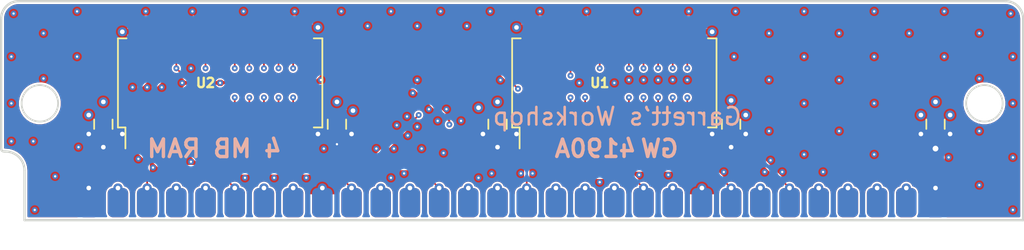
<source format=kicad_pcb>
(kicad_pcb (version 20171130) (host pcbnew "(5.1.5-0-10_14)")
  (layers (0 F.Cu signal) (1 In1.Cu power) (2 In2.Cu signal) (31 B.Cu power) (34 B.Paste user) (35 F.Paste user) (36 B.SilkS user) (37 F.SilkS user) (38 B.Mask user) (39 F.Mask user) (44 Edge.Cuts user))
  (net 0 "")
  (net 1 +5V)
  (net 2 /D0)
  (net 3 /D1)
  (net 4 /~WE~)
  (net 5 /~RAS~)
  (net 6 /~CAS~)
  (net 7 /D2)
  (net 8 /D3)
  (net 9 GND)
  (net 10 /D4)
  (net 11 /D5)
  (net 12 /D6)
  (net 13 /A11)
  (net 14 /D7)
  (net 15 /QP)
  (net 16 /~CASP~)
  (net 17 /DP)
  (net 18 /1A0)
  (net 19 /1A1)
  (net 20 /1A2)
  (net 21 /1A3)
  (net 22 /1A4)
  (net 23 /1A5)
  (net 24 /1A6)
  (net 25 /1A7)
  (net 26 /1A8)
  (net 27 /1A10)
  (net 28 /1A9)
  (module stdpads:SOP-24-26-300mil (layer F.Cu) (at 129.54 89.662 90)
    (fp_text reference U1)
    (fp_text value AS4C4M4)
    (fp_text user %R (at 0 -1.27) (layer F.SilkS) (effects (font (size 0.8128 0.8128) (thickness 0.2032))))
    (fp_line (start -3.875 -8.89) (end -3.875 -8.24) (layer F.SilkS) (width 0.1524))
    (fp_line (start 3.875 -8.89) (end 3.875 -8.145) (layer F.SilkS) (width 0.1524))
    (fp_line (start 3.875 8.89) (end 3.875 8.145) (layer F.SilkS) (width 0.1524))
    (fp_line (start -3.875 8.89) (end -3.875 8.145) (layer F.SilkS) (width 0.1524))
    (fp_line (start -3.875 -8.89) (end 3.875 -8.89) (layer F.SilkS) (width 0.1524))
    (fp_line (start -3.875 8.89) (end 3.875 8.89) (layer F.SilkS) (width 0.1524))
    (fp_line (start -3.875 -8.24) (end -5.7 -8.24) (layer F.SilkS) (width 0.1524))
    (pad 1 smd roundrect (at -4.45 -7.62 90) (size 2.5 0.6) (layers F.Cu F.Paste F.Mask) (net 1 +5V))
    (pad 2 smd roundrect (at -4.45 -6.35 90) (size 2.5 0.6) (layers F.Cu F.Paste F.Mask) (net 11 /D5))
    (pad 3 smd roundrect (at -4.45 -5.08 90) (size 2.5 0.6) (layers F.Cu F.Paste F.Mask) (net 14 /D7))
    (pad 4 smd roundrect (at -4.45 -3.81 90) (size 2.5 0.6) (layers F.Cu F.Paste F.Mask) (net 4 /~WE~))
    (pad 5 smd roundrect (at -4.45 -2.54 90) (size 2.5 0.6) (layers F.Cu F.Paste F.Mask) (net 5 /~RAS~))
    (pad 6 smd roundrect (at -4.45 -1.27 90) (size 2.5 0.6) (layers F.Cu F.Paste F.Mask))
    (pad 8 smd roundrect (at -4.45 1.27 90) (size 2.5 0.6) (layers F.Cu F.Paste F.Mask) (net 27 /1A10))
    (pad 9 smd roundrect (at -4.45 2.54 90) (size 2.5 0.6) (layers F.Cu F.Paste F.Mask) (net 18 /1A0))
    (pad 10 smd roundrect (at -4.45 3.81 90) (size 2.5 0.6) (layers F.Cu F.Paste F.Mask) (net 19 /1A1))
    (pad 11 smd roundrect (at -4.45 5.08 90) (size 2.5 0.6) (layers F.Cu F.Paste F.Mask) (net 20 /1A2))
    (pad 12 smd roundrect (at -4.45 6.35 90) (size 2.5 0.6) (layers F.Cu F.Paste F.Mask) (net 21 /1A3))
    (pad 13 smd roundrect (at -4.45 7.62 90) (size 2.5 0.6) (layers F.Cu F.Paste F.Mask) (net 1 +5V))
    (pad 14 smd roundrect (at 4.45 7.62 90) (size 2.5 0.6) (layers F.Cu F.Paste F.Mask) (net 9 GND))
    (pad 15 smd roundrect (at 4.45 6.35 90) (size 2.5 0.6) (layers F.Cu F.Paste F.Mask) (net 22 /1A4))
    (pad 16 smd roundrect (at 4.45 5.08 90) (size 2.5 0.6) (layers F.Cu F.Paste F.Mask) (net 23 /1A5))
    (pad 17 smd roundrect (at 4.45 3.81 90) (size 2.5 0.6) (layers F.Cu F.Paste F.Mask) (net 24 /1A6))
    (pad 18 smd roundrect (at 4.45 2.54 90) (size 2.5 0.6) (layers F.Cu F.Paste F.Mask) (net 25 /1A7))
    (pad 19 smd roundrect (at 4.45 1.27 90) (size 2.5 0.6) (layers F.Cu F.Paste F.Mask) (net 26 /1A8))
    (pad 21 smd roundrect (at 4.45 -1.27 90) (size 2.5 0.6) (layers F.Cu F.Paste F.Mask) (net 28 /1A9))
    (pad 22 smd roundrect (at 4.45 -2.54 90) (size 2.5 0.6) (layers F.Cu F.Paste F.Mask) (net 9 GND))
    (pad 23 smd roundrect (at 4.45 -3.81 90) (size 2.5 0.6) (layers F.Cu F.Paste F.Mask) (net 6 /~CAS~))
    (pad 24 smd roundrect (at 4.45 -5.08 90) (size 2.5 0.6) (layers F.Cu F.Paste F.Mask) (net 12 /D6))
    (pad 25 smd roundrect (at 4.45 -6.35 90) (size 2.5 0.6) (layers F.Cu F.Paste F.Mask) (net 10 /D4))
    (pad 26 smd roundrect (at 4.45 -7.62 90) (size 2.5 0.6) (layers F.Cu F.Paste F.Mask) (net 9 GND))
  )
  (module stdpads:SOP-24-26-300mil (layer F.Cu) (at 95.25 89.662 90)
    (fp_text reference U2)
    (fp_text value AS4C4M4)
    (fp_text user %R (at 0 -1.27) (layer F.SilkS) (effects (font (size 0.8128 0.8128) (thickness 0.2032))))
    (fp_line (start -3.875 -8.89) (end -3.875 -8.24) (layer F.SilkS) (width 0.1524))
    (fp_line (start 3.875 -8.89) (end 3.875 -8.145) (layer F.SilkS) (width 0.1524))
    (fp_line (start 3.875 8.89) (end 3.875 8.145) (layer F.SilkS) (width 0.1524))
    (fp_line (start -3.875 8.89) (end -3.875 8.145) (layer F.SilkS) (width 0.1524))
    (fp_line (start -3.875 -8.89) (end 3.875 -8.89) (layer F.SilkS) (width 0.1524))
    (fp_line (start -3.875 8.89) (end 3.875 8.89) (layer F.SilkS) (width 0.1524))
    (fp_line (start -3.875 -8.24) (end -5.7 -8.24) (layer F.SilkS) (width 0.1524))
    (pad 1 smd roundrect (at -4.45 -7.62 90) (size 2.5 0.6) (layers F.Cu F.Paste F.Mask) (net 1 +5V))
    (pad 2 smd roundrect (at -4.45 -6.35 90) (size 2.5 0.6) (layers F.Cu F.Paste F.Mask) (net 3 /D1))
    (pad 3 smd roundrect (at -4.45 -5.08 90) (size 2.5 0.6) (layers F.Cu F.Paste F.Mask) (net 8 /D3))
    (pad 4 smd roundrect (at -4.45 -3.81 90) (size 2.5 0.6) (layers F.Cu F.Paste F.Mask) (net 4 /~WE~))
    (pad 5 smd roundrect (at -4.45 -2.54 90) (size 2.5 0.6) (layers F.Cu F.Paste F.Mask) (net 5 /~RAS~))
    (pad 6 smd roundrect (at -4.45 -1.27 90) (size 2.5 0.6) (layers F.Cu F.Paste F.Mask))
    (pad 8 smd roundrect (at -4.45 1.27 90) (size 2.5 0.6) (layers F.Cu F.Paste F.Mask) (net 21 /1A3))
    (pad 9 smd roundrect (at -4.45 2.54 90) (size 2.5 0.6) (layers F.Cu F.Paste F.Mask) (net 20 /1A2))
    (pad 10 smd roundrect (at -4.45 3.81 90) (size 2.5 0.6) (layers F.Cu F.Paste F.Mask) (net 19 /1A1))
    (pad 11 smd roundrect (at -4.45 5.08 90) (size 2.5 0.6) (layers F.Cu F.Paste F.Mask) (net 18 /1A0))
    (pad 12 smd roundrect (at -4.45 6.35 90) (size 2.5 0.6) (layers F.Cu F.Paste F.Mask) (net 27 /1A10))
    (pad 13 smd roundrect (at -4.45 7.62 90) (size 2.5 0.6) (layers F.Cu F.Paste F.Mask) (net 1 +5V))
    (pad 14 smd roundrect (at 4.45 7.62 90) (size 2.5 0.6) (layers F.Cu F.Paste F.Mask) (net 9 GND))
    (pad 15 smd roundrect (at 4.45 6.35 90) (size 2.5 0.6) (layers F.Cu F.Paste F.Mask) (net 28 /1A9))
    (pad 16 smd roundrect (at 4.45 5.08 90) (size 2.5 0.6) (layers F.Cu F.Paste F.Mask) (net 26 /1A8))
    (pad 17 smd roundrect (at 4.45 3.81 90) (size 2.5 0.6) (layers F.Cu F.Paste F.Mask) (net 25 /1A7))
    (pad 18 smd roundrect (at 4.45 2.54 90) (size 2.5 0.6) (layers F.Cu F.Paste F.Mask) (net 24 /1A6))
    (pad 19 smd roundrect (at 4.45 1.27 90) (size 2.5 0.6) (layers F.Cu F.Paste F.Mask) (net 23 /1A5))
    (pad 21 smd roundrect (at 4.45 -1.27 90) (size 2.5 0.6) (layers F.Cu F.Paste F.Mask) (net 22 /1A4))
    (pad 22 smd roundrect (at 4.45 -2.54 90) (size 2.5 0.6) (layers F.Cu F.Paste F.Mask) (net 9 GND))
    (pad 23 smd roundrect (at 4.45 -3.81 90) (size 2.5 0.6) (layers F.Cu F.Paste F.Mask) (net 6 /~CAS~))
    (pad 24 smd roundrect (at 4.45 -5.08 90) (size 2.5 0.6) (layers F.Cu F.Paste F.Mask) (net 7 /D2))
    (pad 25 smd roundrect (at 4.45 -6.35 90) (size 2.5 0.6) (layers F.Cu F.Paste F.Mask) (net 2 /D0))
    (pad 26 smd roundrect (at 4.45 -7.62 90) (size 2.5 0.6) (layers F.Cu F.Paste F.Mask) (net 9 GND))
  )
  (module stdpads:SIMM-30_Edge (layer F.Cu) (at 120.65 99.822)
    (fp_text reference J1)
    (fp_text value DRAM-SIMM-30)
    (pad 1 smd roundrect (at -36.83 0.254) (size 1.778 2.54) (layers B.Cu B.Mask) (net 1 +5V))
    (pad 1 smd roundrect (at -36.83 0.254) (size 1.778 2.54) (layers F.Cu F.Mask) (net 1 +5V))
    (pad 2 smd roundrect (at -34.29 0.254) (size 1.778 2.54) (layers B.Cu B.Mask) (net 6 /~CAS~))
    (pad 3 smd roundrect (at -31.75 0.254) (size 1.778 2.54) (layers B.Cu B.Mask) (net 2 /D0))
    (pad 4 smd roundrect (at -29.21 0.254) (size 1.778 2.54) (layers B.Cu B.Mask) (net 22 /1A4))
    (pad 5 smd roundrect (at -26.67 0.254) (size 1.778 2.54) (layers B.Cu B.Mask) (net 21 /1A3))
    (pad 6 smd roundrect (at -24.13 0.254) (size 1.778 2.54) (layers B.Cu B.Mask) (net 3 /D1))
    (pad 7 smd roundrect (at -21.59 0.254) (size 1.778 2.54) (layers B.Cu B.Mask) (net 23 /1A5))
    (pad 8 smd roundrect (at -19.05 0.254) (size 1.778 2.54) (layers B.Cu B.Mask) (net 20 /1A2))
    (pad 9 smd roundrect (at -16.51 0.254) (size 1.778 2.54) (layers B.Cu B.Mask) (net 9 GND))
    (pad 10 smd roundrect (at -13.97 0.254) (size 1.778 2.54) (layers B.Cu B.Mask) (net 7 /D2))
    (pad 11 smd roundrect (at -11.43 0.254) (size 1.778 2.54) (layers B.Cu B.Mask) (net 24 /1A6))
    (pad 12 smd roundrect (at -8.89 0.254) (size 1.778 2.54) (layers B.Cu B.Mask) (net 19 /1A1))
    (pad 13 smd roundrect (at -6.35 0.254) (size 1.778 2.54) (layers B.Cu B.Mask) (net 8 /D3))
    (pad 14 smd roundrect (at -3.81 0.254) (size 1.778 2.54) (layers B.Cu B.Mask) (net 25 /1A7))
    (pad 15 smd roundrect (at -1.27 0.254) (size 1.778 2.54) (layers B.Cu B.Mask) (net 18 /1A0))
    (pad 16 smd roundrect (at 1.27 0.254) (size 1.778 2.54) (layers B.Cu B.Mask) (net 10 /D4))
    (pad 17 smd roundrect (at 3.81 0.254) (size 1.778 2.54) (layers B.Cu B.Mask) (net 26 /1A8))
    (pad 18 smd roundrect (at 6.35 0.254) (size 1.778 2.54) (layers B.Cu B.Mask) (net 27 /1A10))
    (pad 19 smd roundrect (at 8.89 0.254) (size 1.778 2.54) (layers B.Cu B.Mask) (net 28 /1A9))
    (pad 20 smd roundrect (at 11.43 0.254) (size 1.778 2.54) (layers B.Cu B.Mask) (net 11 /D5))
    (pad 21 smd roundrect (at 13.97 0.254) (size 1.778 2.54) (layers B.Cu B.Mask) (net 4 /~WE~))
    (pad 22 smd roundrect (at 16.51 0.254) (size 1.778 2.54) (layers B.Cu B.Mask) (net 9 GND))
    (pad 23 smd roundrect (at 19.05 0.254) (size 1.778 2.54) (layers B.Cu B.Mask) (net 12 /D6))
    (pad 24 smd roundrect (at 21.59 0.254) (size 1.778 2.54) (layers B.Cu B.Mask) (net 13 /A11))
    (pad 25 smd roundrect (at 24.13 0.254) (size 1.778 2.54) (layers B.Cu B.Mask) (net 14 /D7))
    (pad 26 smd roundrect (at 26.67 0.254) (size 1.778 2.54) (layers B.Cu B.Mask) (net 15 /QP))
    (pad 27 smd roundrect (at 29.21 0.254) (size 1.778 2.54) (layers B.Cu B.Mask) (net 5 /~RAS~))
    (pad 28 smd roundrect (at 31.75 0.254) (size 1.778 2.54) (layers B.Cu B.Mask) (net 16 /~CASP~))
    (pad 29 smd roundrect (at 34.29 0.254) (size 1.778 2.54) (layers B.Cu B.Mask) (net 17 /DP))
    (pad 30 smd roundrect (at 36.83 0.254) (size 1.778 2.54) (layers B.Cu B.Mask) (net 1 +5V))
    (pad 2 smd roundrect (at -34.29 0.254) (size 1.778 2.54) (layers F.Cu F.Mask) (net 6 /~CAS~))
    (pad 3 thru_hole circle (at -31.75 -1.016) (size 0.8 0.8) (drill 0.4) (layers *.Cu *.Mask) (net 2 /D0))
    (pad 11 smd roundrect (at -11.43 0.254) (size 1.778 2.54) (layers F.Cu F.Mask) (net 24 /1A6))
    (pad 5 smd roundrect (at -26.67 0.254) (size 1.778 2.54) (layers F.Cu F.Mask) (net 21 /1A3))
    (pad 12 smd roundrect (at -8.89 0.254) (size 1.778 2.54) (layers F.Cu F.Mask) (net 19 /1A1))
    (pad 26 smd roundrect (at 26.67 0.254) (size 1.778 2.54) (layers F.Cu F.Mask) (net 15 /QP))
    (pad 13 smd roundrect (at -6.35 0.254) (size 1.778 2.54) (layers F.Cu F.Mask) (net 8 /D3))
    (pad 14 smd roundrect (at -3.81 0.254) (size 1.778 2.54) (layers F.Cu F.Mask) (net 25 /1A7))
    (pad 4 smd roundrect (at -29.21 0.254) (size 1.778 2.54) (layers F.Cu F.Mask) (net 22 /1A4))
    (pad 29 smd roundrect (at 34.29 0.254) (size 1.778 2.54) (layers F.Cu F.Mask) (net 17 /DP))
    (pad 3 smd roundrect (at -31.75 0.254) (size 1.778 2.54) (layers F.Cu F.Mask) (net 2 /D0))
    (pad 24 smd roundrect (at 21.59 0.254) (size 1.778 2.54) (layers F.Cu F.Mask) (net 13 /A11))
    (pad 16 smd roundrect (at 1.27 0.254) (size 1.778 2.54) (layers F.Cu F.Mask) (net 10 /D4))
    (pad 20 smd roundrect (at 11.43 0.254) (size 1.778 2.54) (layers F.Cu F.Mask) (net 11 /D5))
    (pad 23 smd roundrect (at 19.05 0.254) (size 1.778 2.54) (layers F.Cu F.Mask) (net 12 /D6))
    (pad 9 smd roundrect (at -16.51 0.254) (size 1.778 2.54) (layers F.Cu F.Mask) (net 9 GND))
    (pad 18 smd roundrect (at 6.35 0.254) (size 1.778 2.54) (layers F.Cu F.Mask) (net 27 /1A10))
    (pad 21 smd roundrect (at 13.97 0.254) (size 1.778 2.54) (layers F.Cu F.Mask) (net 4 /~WE~))
    (pad 19 smd roundrect (at 8.89 0.254) (size 1.778 2.54) (layers F.Cu F.Mask) (net 28 /1A9))
    (pad 10 smd roundrect (at -13.97 0.254) (size 1.778 2.54) (layers F.Cu F.Mask) (net 7 /D2))
    (pad 22 smd roundrect (at 16.51 0.254) (size 1.778 2.54) (layers F.Cu F.Mask) (net 9 GND))
    (pad 6 smd roundrect (at -24.13 0.254) (size 1.778 2.54) (layers F.Cu F.Mask) (net 3 /D1))
    (pad 17 smd roundrect (at 3.81 0.254) (size 1.778 2.54) (layers F.Cu F.Mask) (net 26 /1A8))
    (pad 7 smd roundrect (at -21.59 0.254) (size 1.778 2.54) (layers F.Cu F.Mask) (net 23 /1A5))
    (pad 8 smd roundrect (at -19.05 0.254) (size 1.778 2.54) (layers F.Cu F.Mask) (net 20 /1A2))
    (pad 27 smd roundrect (at 29.21 0.254) (size 1.778 2.54) (layers F.Cu F.Mask) (net 5 /~RAS~))
    (pad 28 smd roundrect (at 31.75 0.254) (size 1.778 2.54) (layers F.Cu F.Mask) (net 16 /~CASP~))
    (pad 30 smd roundrect (at 36.83 0.254) (size 1.778 2.54) (layers F.Cu F.Mask) (net 1 +5V))
    (pad 15 smd roundrect (at -1.27 0.254) (size 1.778 2.54) (layers F.Cu F.Mask) (net 18 /1A0))
    (pad 25 smd roundrect (at 24.13 0.254) (size 1.778 2.54) (layers F.Cu F.Mask) (net 14 /D7))
    (pad 2 thru_hole circle (at -34.29 -1.016) (size 0.8 0.8) (drill 0.4) (layers *.Cu *.Mask) (net 6 /~CAS~))
    (pad 1 thru_hole circle (at -36.83 -1.016) (size 0.8 0.8) (drill 0.4) (layers *.Cu *.Mask) (net 1 +5V))
    (pad 5 thru_hole circle (at -26.67 -1.016) (size 0.8 0.8) (drill 0.4) (layers *.Cu *.Mask) (net 21 /1A3))
    (pad 4 thru_hole circle (at -29.21 -1.016) (size 0.8 0.8) (drill 0.4) (layers *.Cu *.Mask) (net 22 /1A4))
    (pad 6 thru_hole circle (at -24.13 -1.016) (size 0.8 0.8) (drill 0.4) (layers *.Cu *.Mask) (net 3 /D1))
    (pad 7 thru_hole circle (at -21.59 -1.016) (size 0.8 0.8) (drill 0.4) (layers *.Cu *.Mask) (net 23 /1A5))
    (pad 9 thru_hole circle (at -16.51 -1.016) (size 0.8 0.8) (drill 0.4) (layers *.Cu *.Mask) (net 9 GND))
    (pad 8 thru_hole circle (at -19.05 -1.016) (size 0.8 0.8) (drill 0.4) (layers *.Cu *.Mask) (net 20 /1A2))
    (pad 11 thru_hole circle (at -11.43 -1.016) (size 0.8 0.8) (drill 0.4) (layers *.Cu *.Mask) (net 24 /1A6))
    (pad 10 thru_hole circle (at -13.97 -1.016) (size 0.8 0.8) (drill 0.4) (layers *.Cu *.Mask) (net 7 /D2))
    (pad 12 thru_hole circle (at -8.89 -1.016) (size 0.8 0.8) (drill 0.4) (layers *.Cu *.Mask) (net 19 /1A1))
    (pad 14 thru_hole circle (at -3.81 -1.016) (size 0.8 0.8) (drill 0.4) (layers *.Cu *.Mask) (net 25 /1A7))
    (pad 13 thru_hole circle (at -6.35 -1.016) (size 0.8 0.8) (drill 0.4) (layers *.Cu *.Mask) (net 8 /D3))
    (pad 15 thru_hole circle (at -1.27 -1.016) (size 0.8 0.8) (drill 0.4) (layers *.Cu *.Mask) (net 18 /1A0))
    (pad 17 thru_hole circle (at 3.81 -1.016) (size 0.8 0.8) (drill 0.4) (layers *.Cu *.Mask) (net 26 /1A8))
    (pad 16 thru_hole circle (at 1.27 -1.016) (size 0.8 0.8) (drill 0.4) (layers *.Cu *.Mask) (net 10 /D4))
    (pad 18 thru_hole circle (at 6.35 -1.016) (size 0.8 0.8) (drill 0.4) (layers *.Cu *.Mask) (net 27 /1A10))
    (pad 27 thru_hole circle (at 29.21 -1.016) (size 0.8 0.8) (drill 0.4) (layers *.Cu *.Mask) (net 5 /~RAS~))
    (pad 26 thru_hole circle (at 26.67 -1.016) (size 0.8 0.8) (drill 0.4) (layers *.Cu *.Mask) (net 15 /QP))
    (pad 28 thru_hole circle (at 31.75 -1.016) (size 0.8 0.8) (drill 0.4) (layers *.Cu *.Mask) (net 16 /~CASP~))
    (pad 21 thru_hole circle (at 13.97 -1.016) (size 0.8 0.8) (drill 0.4) (layers *.Cu *.Mask) (net 4 /~WE~))
    (pad 20 thru_hole circle (at 11.43 -1.016) (size 0.8 0.8) (drill 0.4) (layers *.Cu *.Mask) (net 11 /D5))
    (pad 22 thru_hole circle (at 16.51 -1.016) (size 0.8 0.8) (drill 0.4) (layers *.Cu *.Mask) (net 9 GND))
    (pad 24 thru_hole circle (at 21.59 -1.016) (size 0.8 0.8) (drill 0.4) (layers *.Cu *.Mask) (net 13 /A11))
    (pad 23 thru_hole circle (at 19.05 -1.016) (size 0.8 0.8) (drill 0.4) (layers *.Cu *.Mask) (net 12 /D6))
    (pad 25 thru_hole circle (at 24.13 -1.016) (size 0.8 0.8) (drill 0.4) (layers *.Cu *.Mask) (net 14 /D7))
    (pad 19 thru_hole circle (at 8.89 -1.016) (size 0.8 0.8) (drill 0.4) (layers *.Cu *.Mask) (net 28 /1A9))
    (pad 29 thru_hole circle (at 34.29 -1.016) (size 0.8 0.8) (drill 0.4) (layers *.Cu *.Mask) (net 17 /DP))
    (pad 30 thru_hole circle (at 36.83 -1.016) (size 0.8 0.8) (drill 0.4) (layers *.Cu *.Mask) (net 1 +5V))
  )
  (module stdpads:C_0805 (layer F.Cu) (at 85.09 93.257 90)
    (fp_text reference C1 hide)
    (fp_text value 100n hide)
    (fp_line (start -0.4064 -0.8) (end 0.4064 -0.8) (layer F.SilkS) (width 0.1524))
    (fp_line (start -0.4064 0.8) (end 0.4064 0.8) (layer F.SilkS) (width 0.1524))
    (pad 1 smd roundrect (at -0.85 0 90) (size 1.05 1.4) (layers F.Cu F.Paste F.Mask) (net 1 +5V))
    (pad 2 smd roundrect (at 0.85 0 90) (size 1.05 1.4) (layers F.Cu F.Paste F.Mask) (net 9 GND))
  )
  (module stdpads:C_0805 (layer F.Cu) (at 105.41 93.257 90)
    (fp_text reference C2 hide)
    (fp_text value 100n hide)
    (fp_line (start -0.4064 0.8) (end 0.4064 0.8) (layer F.SilkS) (width 0.1524))
    (fp_line (start -0.4064 -0.8) (end 0.4064 -0.8) (layer F.SilkS) (width 0.1524))
    (pad 2 smd roundrect (at 0.85 0 90) (size 1.05 1.4) (layers F.Cu F.Paste F.Mask) (net 9 GND))
    (pad 1 smd roundrect (at -0.85 0 90) (size 1.05 1.4) (layers F.Cu F.Paste F.Mask) (net 1 +5V))
  )
  (module stdpads:C_0805 (layer F.Cu) (at 119.38 93.257 90)
    (fp_text reference C3 hide)
    (fp_text value 100n hide)
    (fp_line (start -0.4064 -0.8) (end 0.4064 -0.8) (layer F.SilkS) (width 0.1524))
    (fp_line (start -0.4064 0.8) (end 0.4064 0.8) (layer F.SilkS) (width 0.1524))
    (pad 1 smd roundrect (at -0.85 0 90) (size 1.05 1.4) (layers F.Cu F.Paste F.Mask) (net 1 +5V))
    (pad 2 smd roundrect (at 0.85 0 90) (size 1.05 1.4) (layers F.Cu F.Paste F.Mask) (net 9 GND))
  )
  (module stdpads:C_0805 (layer F.Cu) (at 157.48 93.257 90)
    (fp_text reference C5 hide)
    (fp_text value 100n hide)
    (fp_line (start -0.4064 -0.8) (end 0.4064 -0.8) (layer F.SilkS) (width 0.1524))
    (fp_line (start -0.4064 0.8) (end 0.4064 0.8) (layer F.SilkS) (width 0.1524))
    (pad 1 smd roundrect (at -0.85 0 90) (size 1.05 1.4) (layers F.Cu F.Paste F.Mask) (net 1 +5V))
    (pad 2 smd roundrect (at 0.85 0 90) (size 1.05 1.4) (layers F.Cu F.Paste F.Mask) (net 9 GND))
  )
  (module stdpads:C_0805 (layer F.Cu) (at 139.7 93.257 90)
    (fp_text reference C4 hide)
    (fp_text value 100n hide)
    (fp_line (start -0.4064 -0.8) (end 0.4064 -0.8) (layer F.SilkS) (width 0.1524))
    (fp_line (start -0.4064 0.8) (end 0.4064 0.8) (layer F.SilkS) (width 0.1524))
    (pad 1 smd roundrect (at -0.85 0 90) (size 1.05 1.4) (layers F.Cu F.Paste F.Mask) (net 1 +5V))
    (pad 2 smd roundrect (at 0.85 0 90) (size 1.05 1.4) (layers F.Cu F.Paste F.Mask) (net 9 GND))
  )
  (gr_arc (start 76.454 95.377) (end 76.2 95.377) (angle -90) (layer Edge.Cuts) (width 0.2))
  (gr_arc (start 77.724 84.074) (end 77.724 82.55) (angle -90) (layer Edge.Cuts) (width 0.2))
  (gr_arc (start 163.576 84.074) (end 165.1 84.074) (angle -90) (layer Edge.Cuts) (width 0.2))
  (gr_text 4190A (at 127.889 95.377) (layer B.SilkS) (effects (font (size 1.5 1.5) (thickness 0.3)) (justify mirror)))
  (gr_text GW (at 133.477 95.377) (layer B.SilkS) (effects (font (size 1.5 1.5) (thickness 0.3)) (justify mirror)))
  (gr_text "Garrett’s Workshop" (at 129.794 92.583) (layer B.SilkS) (effects (font (size 1.524 1.524) (thickness 0.225)) (justify mirror)))
  (gr_text "4 MB RAM" (at 94.742 95.377) (layer B.SilkS) (effects (font (size 1.524 1.524) (thickness 0.3)) (justify mirror)))
  (gr_line (start 76.581 95.631) (end 76.454 95.631) (layer Edge.Cuts) (width 0.2))
  (gr_line (start 78.232 101.6) (end 78.232 97.282) (layer Edge.Cuts) (width 0.2))
  (gr_circle (center 79.5655 91.44) (end 77.978 91.44) (layer Edge.Cuts) (width 0.15))
  (gr_circle (center 161.7345 91.44) (end 163.322 91.44) (layer Edge.Cuts) (width 0.15))
  (gr_line (start 76.2 95.377) (end 76.2 84.074) (layer Edge.Cuts) (width 0.2))
  (gr_arc (start 76.581 97.282) (end 78.232 97.282) (angle -90) (layer Edge.Cuts) (width 0.2))
  (gr_line (start 165.1 84.074) (end 165.1 101.6) (layer Edge.Cuts) (width 0.2))
  (gr_line (start 77.724 82.55) (end 163.576 82.55) (layer Edge.Cuts) (width 0.2))
  (gr_line (start 165.1 101.6) (end 78.232 101.6) (layer Edge.Cuts) (width 0.2))
  (via (at 86.741 94.107) (size 0.8) (drill 0.4) (layers F.Cu B.Cu) (net 1))
  (segment (start 87.625 94.107) (end 87.63 94.112) (width 0.508) (layer F.Cu) (net 1))
  (segment (start 86.741 94.107) (end 87.625 94.107) (width 0.508) (layer F.Cu) (net 1))
  (via (at 121.031 94.107) (size 0.8) (drill 0.4) (layers F.Cu B.Cu) (net 1))
  (via (at 138.049 94.107) (size 0.8) (drill 0.4) (layers F.Cu B.Cu) (net 1))
  (segment (start 102.875 94.107) (end 102.87 94.112) (width 0.508) (layer F.Cu) (net 1))
  (segment (start 121.915 94.107) (end 121.92 94.112) (width 0.508) (layer F.Cu) (net 1))
  (segment (start 121.031 94.107) (end 121.915 94.107) (width 0.508) (layer F.Cu) (net 1))
  (segment (start 137.165 94.107) (end 137.16 94.112) (width 0.508) (layer F.Cu) (net 1))
  (segment (start 138.049 94.107) (end 137.165 94.107) (width 0.508) (layer F.Cu) (net 1))
  (segment (start 85.09 94.107) (end 86.741 94.107) (width 0.762) (layer F.Cu) (net 1))
  (via (at 83.82 94.107) (size 0.8) (drill 0.4) (layers F.Cu B.Cu) (net 1))
  (segment (start 85.09 94.107) (end 83.82 94.107) (width 0.762) (layer F.Cu) (net 1))
  (via (at 85.09 95.25) (size 0.8) (drill 0.4) (layers F.Cu B.Cu) (net 1))
  (segment (start 85.09 94.107) (end 85.09 95.25) (width 0.762) (layer F.Cu) (net 1))
  (segment (start 103.759 94.107) (end 102.875 94.107) (width 0.508) (layer F.Cu) (net 1))
  (via (at 103.759 94.107) (size 0.8) (drill 0.4) (layers F.Cu B.Cu) (net 1))
  (via (at 106.68 94.107) (size 0.8) (drill 0.4) (layers F.Cu B.Cu) (net 1))
  (segment (start 105.41 94.107) (end 106.68 94.107) (width 0.762) (layer F.Cu) (net 1))
  (segment (start 105.41 94.107) (end 103.759 94.107) (width 0.762) (layer F.Cu) (net 1))
  (via (at 118.11 94.107) (size 0.8) (drill 0.4) (layers F.Cu B.Cu) (net 1))
  (segment (start 119.38 94.107) (end 118.11 94.107) (width 0.762) (layer F.Cu) (net 1))
  (segment (start 119.38 94.107) (end 121.031 94.107) (width 0.762) (layer F.Cu) (net 1))
  (via (at 119.38 95.25) (size 0.8) (drill 0.4) (layers F.Cu B.Cu) (net 1))
  (segment (start 119.38 94.107) (end 119.38 95.25) (width 0.762) (layer F.Cu) (net 1))
  (via (at 105.41 94.996) (size 0.508) (drill 0.2) (layers F.Cu B.Cu) (net 1))
  (segment (start 105.41 94.107) (end 105.41 94.996) (width 0.508) (layer F.Cu) (net 1))
  (segment (start 139.7 94.107) (end 138.049 94.107) (width 0.762) (layer F.Cu) (net 1))
  (via (at 139.7 95.25) (size 0.8) (drill 0.4) (layers F.Cu B.Cu) (net 1))
  (segment (start 139.7 94.107) (end 139.7 95.25) (width 0.762) (layer F.Cu) (net 1))
  (via (at 140.97 94.107) (size 0.8) (drill 0.4) (layers F.Cu B.Cu) (net 1))
  (segment (start 139.7 94.107) (end 140.97 94.107) (width 0.762) (layer F.Cu) (net 1))
  (segment (start 157.48 98.806) (end 157.48 95.377) (width 1.27) (layer F.Cu) (net 1))
  (segment (start 157.48 95.377) (end 157.48 94.107) (width 0.762) (layer F.Cu) (net 1))
  (via (at 156.21 94.107) (size 0.8) (drill 0.4) (layers F.Cu B.Cu) (net 1))
  (segment (start 157.48 94.107) (end 156.21 94.107) (width 0.8) (layer F.Cu) (net 1))
  (via (at 158.75 94.107) (size 0.8) (drill 0.4) (layers F.Cu B.Cu) (net 1))
  (segment (start 157.48 94.107) (end 158.75 94.107) (width 0.8) (layer F.Cu) (net 1))
  (via (at 157.48 95.377) (size 1) (drill 0.5) (layers F.Cu B.Cu) (net 1))
  (segment (start 88.9 89.281) (end 88.9 85.962) (width 0.1524) (layer F.Cu) (net 2))
  (segment (start 88.265 89.916) (end 88.9 89.281) (width 0.1524) (layer F.Cu) (net 2))
  (segment (start 88.9 98.806) (end 88.9 96.266) (width 0.1524) (layer F.Cu) (net 2))
  (segment (start 88.265 95.631) (end 88.265 89.916) (width 0.1524) (layer F.Cu) (net 2))
  (segment (start 88.9 96.266) (end 88.265 95.631) (width 0.1524) (layer F.Cu) (net 2))
  (segment (start 88.9 95.758) (end 88.9 94.112) (width 0.1524) (layer F.Cu) (net 3))
  (segment (start 95.504 97.79) (end 90.932 97.79) (width 0.1524) (layer F.Cu) (net 3))
  (segment (start 96.52 98.806) (end 95.504 97.79) (width 0.1524) (layer F.Cu) (net 3))
  (segment (start 90.932 97.79) (end 88.9 95.758) (width 0.1524) (layer F.Cu) (net 3))
  (segment (start 125.73 94.112) (end 125.73 90.932) (width 0.1524) (layer F.Cu) (net 4))
  (via (at 125.73 90.932) (size 0.508) (drill 0.2) (layers F.Cu B.Cu) (net 4))
  (via (at 115.189 93.2815) (size 0.508) (drill 0.2) (layers F.Cu B.Cu) (net 4))
  (segment (start 91.44 90.932) (end 91.44 94.112) (width 0.1524) (layer F.Cu) (net 4))
  (segment (start 92.329 90.043) (end 91.44 90.932) (width 0.1524) (layer F.Cu) (net 4))
  (segment (start 95.504 90.17) (end 94.996 90.17) (width 0.1524) (layer F.Cu) (net 4))
  (segment (start 94.869 90.043) (end 92.329 90.043) (width 0.1524) (layer F.Cu) (net 4))
  (segment (start 94.996 90.17) (end 94.869 90.043) (width 0.1524) (layer F.Cu) (net 4))
  (segment (start 112.2045 89.9795) (end 95.6945 89.9795) (width 0.1524) (layer F.Cu) (net 4))
  (segment (start 115.189 92.964) (end 112.2045 89.9795) (width 0.1524) (layer F.Cu) (net 4))
  (segment (start 95.6945 89.9795) (end 95.504 90.17) (width 0.1524) (layer F.Cu) (net 4))
  (segment (start 115.189 93.2815) (end 115.189 92.964) (width 0.1524) (layer F.Cu) (net 4))
  (via (at 127 90.932) (size 0.508) (drill 0.2) (layers F.Cu B.Cu) (net 5))
  (segment (start 127 94.112) (end 127 90.932) (width 0.1524) (layer F.Cu) (net 5))
  (via (at 112.522 92.456) (size 0.508) (drill 0.2) (layers F.Cu B.Cu) (net 5))
  (segment (start 92.71 95.758) (end 92.71 93.362) (width 0.1524) (layer F.Cu) (net 5))
  (segment (start 93.345 96.393) (end 92.71 95.758) (width 0.1524) (layer F.Cu) (net 5))
  (segment (start 108.585 96.393) (end 93.345 96.393) (width 0.1524) (layer F.Cu) (net 5))
  (segment (start 112.522 92.456) (end 108.585 96.393) (width 0.1524) (layer F.Cu) (net 5))
  (via (at 91.44 88.392) (size 0.508) (drill 0.2) (layers F.Cu B.Cu) (net 6))
  (segment (start 91.44 85.212) (end 91.44 88.392) (width 0.1524) (layer F.Cu) (net 6))
  (via (at 121.158 90.17) (size 0.508) (drill 0.2) (layers F.Cu B.Cu) (net 6))
  (segment (start 125.73 89.027) (end 125.73 85.212) (width 0.1524) (layer F.Cu) (net 6))
  (via (at 125.73 89.027) (size 0.508) (drill 0.2) (layers F.Cu B.Cu) (net 6))
  (segment (start 92.329 89.281) (end 91.44 88.392) (width 0.1524) (layer F.Cu) (net 6))
  (segment (start 94.869 89.281) (end 92.329 89.281) (width 0.1524) (layer F.Cu) (net 6))
  (segment (start 94.996 89.154) (end 94.869 89.281) (width 0.1524) (layer F.Cu) (net 6))
  (segment (start 95.504 89.154) (end 94.996 89.154) (width 0.1524) (layer F.Cu) (net 6))
  (segment (start 95.631 89.281) (end 95.504 89.154) (width 0.1524) (layer F.Cu) (net 6))
  (segment (start 103.378 89.281) (end 95.631 89.281) (width 0.1524) (layer F.Cu) (net 6))
  (segment (start 104.013 88.646) (end 103.378 89.281) (width 0.1524) (layer F.Cu) (net 6))
  (segment (start 119.634 88.646) (end 104.013 88.646) (width 0.1524) (layer F.Cu) (net 6))
  (segment (start 121.158 90.17) (end 119.634 88.646) (width 0.1524) (layer F.Cu) (net 6))
  (segment (start 105.283 97.409) (end 106.68 98.806) (width 0.1524) (layer F.Cu) (net 7))
  (segment (start 89.535 89.916) (end 89.535 95.758) (width 0.1524) (layer F.Cu) (net 7))
  (segment (start 91.186 97.409) (end 105.283 97.409) (width 0.1524) (layer F.Cu) (net 7))
  (segment (start 89.535 95.758) (end 91.186 97.409) (width 0.1524) (layer F.Cu) (net 7))
  (segment (start 90.17 89.281) (end 89.535 89.916) (width 0.1524) (layer F.Cu) (net 7))
  (segment (start 90.17 85.212) (end 90.17 89.281) (width 0.1524) (layer F.Cu) (net 7))
  (segment (start 112.522 97.028) (end 114.3 98.806) (width 0.1524) (layer F.Cu) (net 8))
  (segment (start 91.44 97.028) (end 112.522 97.028) (width 0.1524) (layer F.Cu) (net 8))
  (segment (start 90.17 94.112) (end 90.17 95.758) (width 0.1524) (layer F.Cu) (net 8))
  (segment (start 90.17 95.758) (end 91.44 97.028) (width 0.1524) (layer F.Cu) (net 8))
  (via (at 121.031 84.836) (size 0.8) (drill 0.4) (layers F.Cu B.Cu) (net 9))
  (via (at 138.049 85.217) (size 0.8) (drill 0.4) (layers F.Cu B.Cu) (net 9))
  (segment (start 138.044 85.212) (end 138.049 85.217) (width 0.508) (layer F.Cu) (net 9))
  (segment (start 137.16 85.212) (end 138.044 85.212) (width 0.508) (layer F.Cu) (net 9))
  (via (at 103.759 84.836) (size 0.8) (drill 0.4) (layers F.Cu B.Cu) (net 9))
  (via (at 86.741 85.217) (size 0.8) (drill 0.4) (layers F.Cu B.Cu) (net 9))
  (segment (start 86.746 85.212) (end 86.741 85.217) (width 0.508) (layer F.Cu) (net 9))
  (segment (start 87.63 85.212) (end 86.746 85.212) (width 0.508) (layer F.Cu) (net 9))
  (via (at 134.62 89.408) (size 0.508) (drill 0.2) (layers F.Cu B.Cu) (net 9))
  (via (at 133.35 89.408) (size 0.508) (drill 0.2) (layers F.Cu B.Cu) (net 9))
  (via (at 132.08 89.408) (size 0.508) (drill 0.2) (layers F.Cu B.Cu) (net 9))
  (via (at 135.89 89.408) (size 0.508) (drill 0.2) (layers F.Cu B.Cu) (net 9))
  (via (at 130.81 89.408) (size 0.508) (drill 0.2) (layers F.Cu B.Cu) (net 9))
  (via (at 108.839 95.377) (size 0.508) (drill 0.2) (layers F.Cu B.Cu) (net 9))
  (via (at 104.267 95.377) (size 0.508) (drill 0.2) (layers F.Cu B.Cu) (net 9))
  (via (at 129.54 89.662) (size 0.508) (drill 0.2) (layers F.Cu B.Cu) (net 9))
  (via (at 95.25 89.662) (size 0.508) (drill 0.2) (layers F.Cu B.Cu) (net 9))
  (via (at 112.395 89.408) (size 0.508) (drill 0.2) (layers F.Cu B.Cu) (net 9))
  (via (at 119.634 89.408) (size 0.508) (drill 0.2) (layers F.Cu B.Cu) (net 9))
  (segment (start 103.759 84.836) (end 102.997 84.836) (width 0.508) (layer F.Cu) (net 9))
  (segment (start 102.87 84.963) (end 102.87 85.962) (width 0.508) (layer F.Cu) (net 9))
  (segment (start 102.997 84.836) (end 102.87 84.963) (width 0.508) (layer F.Cu) (net 9))
  (segment (start 121.031 84.836) (end 121.84859 84.836) (width 0.508) (layer F.Cu) (net 9))
  (segment (start 121.92 84.90741) (end 121.92 85.962) (width 0.508) (layer F.Cu) (net 9))
  (segment (start 121.84859 84.836) (end 121.92 84.90741) (width 0.508) (layer F.Cu) (net 9))
  (via (at 92.71 96.52) (size 0.508) (drill 0.2) (layers F.Cu B.Cu) (net 9))
  (via (at 111.252 97.536) (size 0.508) (drill 0.2) (layers F.Cu B.Cu) (net 9))
  (via (at 117.729 97.917) (size 0.508) (drill 0.2) (layers F.Cu B.Cu) (net 9))
  (via (at 118.872 97.536) (size 0.508) (drill 0.2) (layers F.Cu B.Cu) (net 9))
  (via (at 139.065 97.409) (size 0.508) (drill 0.2) (layers F.Cu B.Cu) (net 9))
  (via (at 134.239 97.663) (size 0.508) (drill 0.2) (layers F.Cu B.Cu) (net 9))
  (via (at 89.408 97.028) (size 0.508) (drill 0.2) (layers F.Cu B.Cu) (net 9))
  (via (at 88.138 96.266) (size 0.508) (drill 0.2) (layers F.Cu B.Cu) (net 9))
  (via (at 142.621 97.409) (size 0.508) (drill 0.2) (layers F.Cu B.Cu) (net 9))
  (via (at 114.681 95.758) (size 0.508) (drill 0.2) (layers F.Cu B.Cu) (net 9))
  (via (at 144.145 97.409) (size 0.508) (drill 0.2) (layers F.Cu B.Cu) (net 9))
  (via (at 143.129 96.393) (size 0.508) (drill 0.2) (layers F.Cu B.Cu) (net 9))
  (via (at 112.395 84.709) (size 0.508) (drill 0.2) (layers F.Cu B.Cu) (net 9))
  (via (at 112.014 90.551) (size 0.508) (drill 0.2) (layers F.Cu B.Cu) (net 9))
  (via (at 108.077 84.709) (size 0.508) (drill 0.2) (layers F.Cu B.Cu) (net 9))
  (via (at 116.713 84.709) (size 0.508) (drill 0.2) (layers F.Cu B.Cu) (net 9))
  (via (at 88.9 90.043) (size 0.508) (drill 0.2) (layers F.Cu B.Cu) (net 9))
  (via (at 87.63 90.043) (size 0.508) (drill 0.2) (layers F.Cu B.Cu) (net 9))
  (via (at 90.17 90.043) (size 0.508) (drill 0.2) (layers F.Cu B.Cu) (net 9))
  (via (at 91.948 89.662) (size 0.508) (drill 0.2) (layers F.Cu B.Cu) (net 9))
  (via (at 126.492 89.662) (size 0.508) (drill 0.2) (layers F.Cu B.Cu) (net 9))
  (via (at 92.71 88.392) (size 0.508) (drill 0.2) (layers F.Cu B.Cu) (net 9))
  (segment (start 92.71 85.962) (end 92.71 88.392) (width 0.1524) (layer F.Cu) (net 9))
  (via (at 121.412 97.536) (size 0.508) (drill 0.2) (layers F.Cu B.Cu) (net 9))
  (via (at 122.428 97.536) (size 0.508) (drill 0.2) (layers F.Cu B.Cu) (net 9))
  (via (at 97.282 83.439) (size 0.508) (drill 0.2) (layers F.Cu B.Cu) (net 9))
  (via (at 131.572 83.439) (size 0.508) (drill 0.2) (layers F.Cu B.Cu) (net 9))
  (via (at 77.2795 83.6295) (size 0.508) (drill 0.2) (layers F.Cu B.Cu) (net 9))
  (via (at 164.0205 83.6295) (size 0.508) (drill 0.2) (layers F.Cu B.Cu) (net 9))
  (via (at 164.211 100.711) (size 0.508) (drill 0.2) (layers F.Cu B.Cu) (net 9))
  (via (at 79.121 100.711) (size 0.508) (drill 0.2) (layers F.Cu B.Cu) (net 9))
  (via (at 77.089 94.742) (size 0.508) (drill 0.2) (layers F.Cu B.Cu) (net 9))
  (via (at 164.211 91.44) (size 0.508) (drill 0.2) (layers F.Cu B.Cu) (net 9))
  (via (at 77.089 91.44) (size 0.508) (drill 0.2) (layers F.Cu B.Cu) (net 9))
  (via (at 77.089 87.376) (size 0.508) (drill 0.2) (layers F.Cu B.Cu) (net 9))
  (via (at 164.211 87.376) (size 0.508) (drill 0.2) (layers F.Cu B.Cu) (net 9))
  (via (at 140.081 83.439) (size 0.508) (drill 0.2) (layers F.Cu B.Cu) (net 9))
  (via (at 88.773 83.439) (size 0.508) (drill 0.2) (layers F.Cu B.Cu) (net 9))
  (via (at 105.791 83.439) (size 0.508) (drill 0.2) (layers F.Cu B.Cu) (net 9))
  (via (at 123.063 83.439) (size 0.508) (drill 0.2) (layers F.Cu B.Cu) (net 9))
  (via (at 114.427 83.439) (size 0.508) (drill 0.2) (layers F.Cu B.Cu) (net 9))
  (via (at 118.745 83.439) (size 0.508) (drill 0.2) (layers F.Cu B.Cu) (net 9))
  (via (at 110.109 83.439) (size 0.508) (drill 0.2) (layers F.Cu B.Cu) (net 9))
  (via (at 127.127 83.439) (size 0.508) (drill 0.2) (layers F.Cu B.Cu) (net 9))
  (via (at 136.017 83.439) (size 0.508) (drill 0.2) (layers F.Cu B.Cu) (net 9))
  (via (at 101.727 83.439) (size 0.508) (drill 0.2) (layers F.Cu B.Cu) (net 9))
  (via (at 92.837 83.439) (size 0.508) (drill 0.2) (layers F.Cu B.Cu) (net 9))
  (via (at 82.804 83.439) (size 0.508) (drill 0.2) (layers F.Cu B.Cu) (net 9))
  (via (at 152.146 83.439) (size 0.508) (drill 0.2) (layers F.Cu B.Cu) (net 9))
  (via (at 158.242 83.439) (size 0.508) (drill 0.2) (layers F.Cu B.Cu) (net 9))
  (via (at 146.05 83.439) (size 0.508) (drill 0.2) (layers F.Cu B.Cu) (net 9))
  (via (at 164.211 96.139) (size 0.508) (drill 0.2) (layers F.Cu B.Cu) (net 9))
  (via (at 82.804 87.376) (size 0.508) (drill 0.2) (layers F.Cu B.Cu) (net 9))
  (via (at 158.242 87.376) (size 0.508) (drill 0.2) (layers F.Cu B.Cu) (net 9))
  (via (at 152.146 87.376) (size 0.508) (drill 0.2) (layers F.Cu B.Cu) (net 9))
  (via (at 146.05 87.376) (size 0.508) (drill 0.2) (layers F.Cu B.Cu) (net 9))
  (via (at 146.05 91.44) (size 0.508) (drill 0.2) (layers F.Cu B.Cu) (net 9))
  (via (at 152.146 91.44) (size 0.508) (drill 0.2) (layers F.Cu B.Cu) (net 9))
  (via (at 152.146 95.885) (size 0.508) (drill 0.2) (layers F.Cu B.Cu) (net 9))
  (via (at 79.883 85.344) (size 0.508) (drill 0.2) (layers F.Cu B.Cu) (net 9))
  (via (at 161.29 85.344) (size 0.508) (drill 0.2) (layers F.Cu B.Cu) (net 9))
  (via (at 155.194 85.344) (size 0.508) (drill 0.2) (layers F.Cu B.Cu) (net 9))
  (via (at 149.098 85.344) (size 0.508) (drill 0.2) (layers F.Cu B.Cu) (net 9))
  (via (at 143.002 85.344) (size 0.508) (drill 0.2) (layers F.Cu B.Cu) (net 9))
  (via (at 149.098 89.408) (size 0.508) (drill 0.2) (layers F.Cu B.Cu) (net 9))
  (via (at 161.29 89.281) (size 0.508) (drill 0.2) (layers F.Cu B.Cu) (net 9))
  (via (at 149.098 93.853) (size 0.508) (drill 0.2) (layers F.Cu B.Cu) (net 9))
  (via (at 161.29 93.853) (size 0.508) (drill 0.2) (layers F.Cu B.Cu) (net 9))
  (via (at 161.29 98.552) (size 0.508) (drill 0.2) (layers F.Cu B.Cu) (net 9))
  (via (at 78.994 94.742) (size 0.508) (drill 0.2) (layers F.Cu B.Cu) (net 9))
  (via (at 80.899 97.79) (size 0.508) (drill 0.2) (layers F.Cu B.Cu) (net 9))
  (via (at 79.883 89.281) (size 0.508) (drill 0.2) (layers F.Cu B.Cu) (net 9))
  (via (at 139.954 87.376) (size 0.508) (drill 0.2) (layers F.Cu B.Cu) (net 9))
  (via (at 143.002 89.408) (size 0.508) (drill 0.2) (layers F.Cu B.Cu) (net 9))
  (via (at 143.002 93.853) (size 0.508) (drill 0.2) (layers F.Cu B.Cu) (net 9))
  (via (at 146.05 95.885) (size 0.508) (drill 0.2) (layers F.Cu B.Cu) (net 9))
  (via (at 131.699 97.663) (size 0.508) (drill 0.2) (layers F.Cu B.Cu) (net 9))
  (via (at 110.109 97.917) (size 0.508) (drill 0.2) (layers F.Cu B.Cu) (net 9))
  (via (at 102.743 97.917) (size 0.508) (drill 0.2) (layers F.Cu B.Cu) (net 9))
  (via (at 99.949 97.917) (size 0.508) (drill 0.2) (layers F.Cu B.Cu) (net 9))
  (via (at 97.409 97.917) (size 0.508) (drill 0.2) (layers F.Cu B.Cu) (net 9))
  (via (at 128.27 98.298) (size 0.508) (drill 0.2) (layers F.Cu B.Cu) (net 9))
  (via (at 147.701 97.409) (size 0.508) (drill 0.2) (layers F.Cu B.Cu) (net 9))
  (via (at 158.623 96.139) (size 0.508) (drill 0.2) (layers F.Cu B.Cu) (net 9))
  (via (at 113.411 91.948) (size 0.508) (drill 0.2) (layers F.Cu B.Cu) (net 9))
  (via (at 116.205 92.964) (size 0.508) (drill 0.2) (layers F.Cu B.Cu) (net 9))
  (via (at 114.935 91.948) (size 0.508) (drill 0.2) (layers F.Cu B.Cu) (net 9))
  (via (at 114.173 92.964) (size 0.508) (drill 0.2) (layers F.Cu B.Cu) (net 9))
  (via (at 112.395 93.472) (size 0.508) (drill 0.2) (layers F.Cu B.Cu) (net 9))
  (via (at 112.776 95.377) (size 0.508) (drill 0.2) (layers F.Cu B.Cu) (net 9))
  (via (at 110.363 95.377) (size 0.508) (drill 0.2) (layers F.Cu B.Cu) (net 9))
  (via (at 111.506 92.583) (size 0.508) (drill 0.2) (layers F.Cu B.Cu) (net 9))
  (via (at 110.617 93.345) (size 0.508) (drill 0.2) (layers F.Cu B.Cu) (net 9))
  (via (at 111.5695 94.234) (size 0.508) (drill 0.2) (layers F.Cu B.Cu) (net 9))
  (via (at 82.931 95.25) (size 0.508) (drill 0.2) (layers F.Cu B.Cu) (net 9))
  (via (at 83.82 92.456) (size 0.8) (drill 0.4) (layers F.Cu B.Cu) (net 9))
  (segment (start 83.869 92.407) (end 83.82 92.456) (width 0.762) (layer F.Cu) (net 9))
  (segment (start 85.09 92.407) (end 83.869 92.407) (width 0.762) (layer F.Cu) (net 9))
  (via (at 85.09 91.313) (size 0.8) (drill 0.4) (layers F.Cu B.Cu) (net 9))
  (segment (start 85.09 92.407) (end 85.09 91.313) (width 0.762) (layer F.Cu) (net 9))
  (via (at 104.013 89.408) (size 0.508) (drill 0.2) (layers F.Cu B.Cu) (net 9))
  (via (at 105.41 91.313) (size 0.8) (drill 0.4) (layers F.Cu B.Cu) (net 9))
  (segment (start 105.41 92.407) (end 105.41 91.313) (width 0.762) (layer F.Cu) (net 9))
  (via (at 119.38 91.313) (size 0.8) (drill 0.4) (layers F.Cu B.Cu) (net 9))
  (segment (start 119.38 92.407) (end 119.38 91.313) (width 0.762) (layer F.Cu) (net 9))
  (via (at 117.729 91.821) (size 0.8) (drill 0.4) (layers F.Cu B.Cu) (net 9))
  (segment (start 118.315 92.407) (end 117.729 91.821) (width 0.762) (layer F.Cu) (net 9))
  (segment (start 119.38 92.407) (end 118.315 92.407) (width 0.762) (layer F.Cu) (net 9))
  (via (at 106.807 92.075) (size 0.8) (drill 0.4) (layers F.Cu B.Cu) (net 9))
  (segment (start 106.475 92.407) (end 106.807 92.075) (width 0.762) (layer F.Cu) (net 9))
  (segment (start 105.41 92.407) (end 106.475 92.407) (width 0.762) (layer F.Cu) (net 9))
  (via (at 139.7 91.186) (size 0.8) (drill 0.4) (layers F.Cu B.Cu) (net 9))
  (segment (start 139.7 92.407) (end 139.7 91.186) (width 0.762) (layer F.Cu) (net 9))
  (segment (start 140.921 92.407) (end 140.97 92.456) (width 0.762) (layer F.Cu) (net 9))
  (via (at 140.97 92.456) (size 0.8) (drill 0.4) (layers F.Cu B.Cu) (net 9))
  (segment (start 139.7 92.407) (end 140.921 92.407) (width 0.762) (layer F.Cu) (net 9))
  (via (at 156.21 92.456) (size 0.8) (drill 0.4) (layers F.Cu B.Cu) (net 9))
  (segment (start 156.259 92.407) (end 156.21 92.456) (width 0.8) (layer F.Cu) (net 9))
  (segment (start 157.48 92.407) (end 156.259 92.407) (width 0.8) (layer F.Cu) (net 9))
  (via (at 158.75 92.456) (size 0.8) (drill 0.4) (layers F.Cu B.Cu) (net 9))
  (segment (start 158.701 92.407) (end 158.75 92.456) (width 0.8) (layer F.Cu) (net 9))
  (segment (start 157.48 92.407) (end 158.701 92.407) (width 0.8) (layer F.Cu) (net 9))
  (via (at 157.48 91.313) (size 0.8) (drill 0.4) (layers F.Cu B.Cu) (net 9))
  (segment (start 157.48 92.407) (end 157.48 91.313) (width 0.8) (layer F.Cu) (net 9))
  (segment (start 122.555 95.758) (end 121.92 96.393) (width 0.1524) (layer F.Cu) (net 10))
  (segment (start 121.92 96.393) (end 121.92 98.806) (width 0.1524) (layer F.Cu) (net 10))
  (segment (start 122.555 89.662) (end 122.555 95.758) (width 0.1524) (layer F.Cu) (net 10))
  (segment (start 123.19 89.027) (end 122.555 89.662) (width 0.1524) (layer F.Cu) (net 10))
  (segment (start 123.19 85.962) (end 123.19 89.027) (width 0.1524) (layer F.Cu) (net 10))
  (segment (start 131.064 97.79) (end 132.08 98.806) (width 0.1524) (layer F.Cu) (net 11))
  (segment (start 123.19 96.266) (end 124.714 97.79) (width 0.1524) (layer F.Cu) (net 11))
  (segment (start 124.714 97.79) (end 131.064 97.79) (width 0.1524) (layer F.Cu) (net 11))
  (segment (start 123.19 93.362) (end 123.19 96.266) (width 0.1524) (layer F.Cu) (net 11))
  (segment (start 138.049 97.155) (end 139.7 98.806) (width 0.1524) (layer F.Cu) (net 12))
  (segment (start 124.968 97.155) (end 138.049 97.155) (width 0.1524) (layer F.Cu) (net 12))
  (segment (start 123.825 96.012) (end 124.968 97.155) (width 0.1524) (layer F.Cu) (net 12))
  (segment (start 124.46 85.212) (end 124.46 89.027) (width 0.1524) (layer F.Cu) (net 12))
  (segment (start 124.46 89.027) (end 123.825 89.662) (width 0.1524) (layer F.Cu) (net 12))
  (segment (start 123.825 89.662) (end 123.825 96.012) (width 0.1524) (layer F.Cu) (net 12))
  (segment (start 142.494 96.52) (end 144.78 98.806) (width 0.1524) (layer F.Cu) (net 14))
  (segment (start 124.46 95.758) (end 125.222 96.52) (width 0.1524) (layer F.Cu) (net 14))
  (segment (start 125.222 96.52) (end 142.494 96.52) (width 0.1524) (layer F.Cu) (net 14))
  (segment (start 124.46 93.362) (end 124.46 95.758) (width 0.1524) (layer F.Cu) (net 14))
  (via (at 132.08 90.932) (size 0.508) (drill 0.2) (layers F.Cu B.Cu) (net 18))
  (segment (start 132.08 93.362) (end 132.08 90.932) (width 0.1524) (layer F.Cu) (net 18))
  (via (at 100.33 90.932) (size 0.508) (drill 0.2) (layers F.Cu B.Cu) (net 18))
  (segment (start 100.33 94.112) (end 100.33 90.932) (width 0.1524) (layer F.Cu) (net 18))
  (via (at 133.35 90.932) (size 0.508) (drill 0.2) (layers F.Cu B.Cu) (net 19))
  (segment (start 133.35 94.112) (end 133.35 90.932) (width 0.1524) (layer F.Cu) (net 19))
  (via (at 99.06 90.932) (size 0.508) (drill 0.2) (layers F.Cu B.Cu) (net 19))
  (segment (start 99.06 90.932) (end 99.06 93.362) (width 0.1524) (layer F.Cu) (net 19))
  (via (at 134.62 90.932) (size 0.508) (drill 0.2) (layers F.Cu B.Cu) (net 20))
  (segment (start 134.62 94.112) (end 134.62 90.932) (width 0.1524) (layer F.Cu) (net 20))
  (via (at 97.79 90.932) (size 0.508) (drill 0.2) (layers F.Cu B.Cu) (net 20))
  (segment (start 97.79 90.932) (end 97.79 93.362) (width 0.1524) (layer F.Cu) (net 20))
  (via (at 135.89 90.932) (size 0.508) (drill 0.2) (layers F.Cu B.Cu) (net 21))
  (segment (start 135.89 94.112) (end 135.89 90.932) (width 0.1524) (layer F.Cu) (net 21))
  (via (at 96.52 90.932) (size 0.508) (drill 0.2) (layers F.Cu B.Cu) (net 21))
  (segment (start 96.52 90.932) (end 96.52 93.362) (width 0.1524) (layer F.Cu) (net 21))
  (via (at 93.98 88.392) (size 0.508) (drill 0.2) (layers F.Cu B.Cu) (net 22))
  (segment (start 93.98 85.212) (end 93.98 88.392) (width 0.1524) (layer F.Cu) (net 22))
  (via (at 135.89 88.392) (size 0.508) (drill 0.2) (layers F.Cu B.Cu) (net 22))
  (segment (start 135.89 85.212) (end 135.89 88.392) (width 0.1524) (layer F.Cu) (net 22))
  (via (at 134.62 88.392) (size 0.508) (drill 0.2) (layers F.Cu B.Cu) (net 23))
  (segment (start 134.62 85.962) (end 134.62 88.392) (width 0.1524) (layer F.Cu) (net 23))
  (via (at 96.52 88.392) (size 0.508) (drill 0.2) (layers F.Cu B.Cu) (net 23))
  (segment (start 96.52 88.392) (end 96.52 85.962) (width 0.1524) (layer F.Cu) (net 23))
  (via (at 97.79 88.392) (size 0.508) (drill 0.2) (layers F.Cu B.Cu) (net 24))
  (via (at 133.35 88.392) (size 0.508) (drill 0.2) (layers F.Cu B.Cu) (net 24))
  (segment (start 133.35 85.212) (end 133.35 88.392) (width 0.1524) (layer F.Cu) (net 24))
  (segment (start 97.79 88.392) (end 97.79 85.962) (width 0.1524) (layer F.Cu) (net 24))
  (via (at 99.06 88.392) (size 0.508) (drill 0.2) (layers F.Cu B.Cu) (net 25))
  (via (at 132.08 88.392) (size 0.508) (drill 0.2) (layers F.Cu B.Cu) (net 25))
  (segment (start 132.08 85.212) (end 132.08 88.392) (width 0.1524) (layer F.Cu) (net 25))
  (segment (start 99.06 88.392) (end 99.06 85.962) (width 0.1524) (layer F.Cu) (net 25))
  (via (at 100.33 88.392) (size 0.508) (drill 0.2) (layers F.Cu B.Cu) (net 26))
  (segment (start 100.33 85.212) (end 100.33 88.392) (width 0.1524) (layer F.Cu) (net 26))
  (via (at 130.81 88.392) (size 0.508) (drill 0.2) (layers F.Cu B.Cu) (net 26))
  (segment (start 130.81 85.212) (end 130.81 88.392) (width 0.1524) (layer F.Cu) (net 26))
  (via (at 130.81 90.932) (size 0.508) (drill 0.2) (layers F.Cu B.Cu) (net 27))
  (segment (start 130.81 94.112) (end 130.81 90.932) (width 0.1524) (layer F.Cu) (net 27))
  (via (at 101.6 90.932) (size 0.508) (drill 0.2) (layers F.Cu B.Cu) (net 27))
  (segment (start 101.6 94.112) (end 101.6 90.932) (width 0.1524) (layer F.Cu) (net 27))
  (via (at 101.6 88.392) (size 0.508) (drill 0.2) (layers F.Cu B.Cu) (net 28))
  (segment (start 101.6 85.212) (end 101.6 88.392) (width 0.1524) (layer F.Cu) (net 28))
  (via (at 128.27 88.392) (size 0.508) (drill 0.2) (layers F.Cu B.Cu) (net 28))
  (segment (start 128.27 85.212) (end 128.27 88.392) (width 0.1524) (layer F.Cu) (net 28))
  (zone (net 9) (net_name GND) (layer F.Cu) (connect_pads (clearance 0.1524)) (min_thickness 0.1524) (fill yes (arc_segments 16) (thermal_gap 0.1524) (thermal_bridge_width 0.3))
    (polygon (pts (xy 76.2 82.55) (xy 165.1 82.55) (xy 165.1 101.6) (xy 76.2 101.6)))
  )
  (zone (net 1) (net_name +5V) (layer B.Cu) (connect_pads (clearance 0.1524)) (min_thickness 0.1524) (fill yes (arc_segments 16) (thermal_gap 0.1524) (thermal_bridge_width 0.3))
    (polygon (pts (xy 76.2 82.55) (xy 165.1 82.55) (xy 165.1 101.6) (xy 76.2 101.6)))
  )
  (zone (net 0) (net_name "") (layer F.Cu) (connect_pads (clearance 0.1524)) (min_thickness 0.254)
    (keepout (tracks allowed) (vias allowed) (copperpour not_allowed))
    (fill (arc_segments 32) (thermal_gap 0.508) (thermal_bridge_width 0.508))
    (polygon (pts (xy 157.48 101.6) (xy 83.82 101.6) (xy 82.931 99.314) (xy 119.761 99.3775) (xy 158.369 99.314)))
  )
)
</source>
